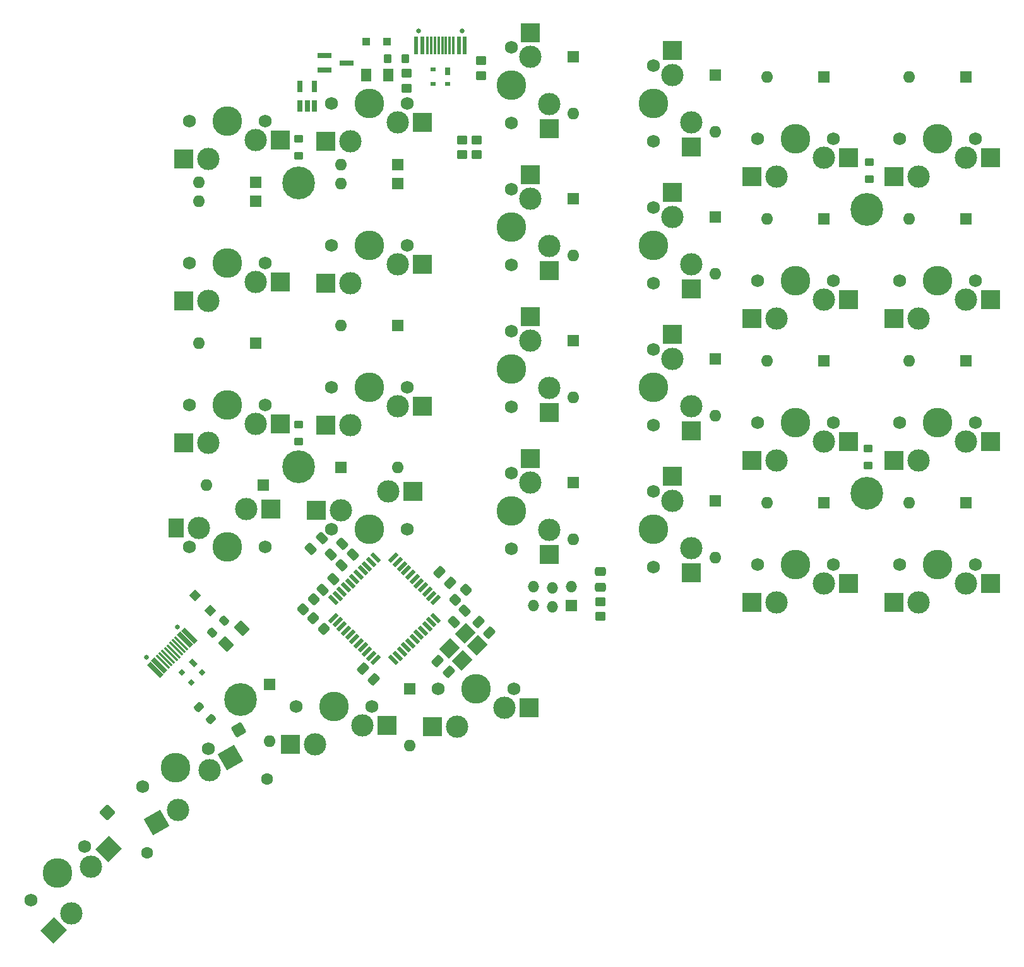
<source format=gbr>
%TF.GenerationSoftware,KiCad,Pcbnew,(6.0.7)*%
%TF.CreationDate,2022-09-06T15:05:26+03:00*%
%TF.ProjectId,retina-right,72657469-6e61-42d7-9269-6768742e6b69,1.0*%
%TF.SameCoordinates,Original*%
%TF.FileFunction,Soldermask,Bot*%
%TF.FilePolarity,Negative*%
%FSLAX46Y46*%
G04 Gerber Fmt 4.6, Leading zero omitted, Abs format (unit mm)*
G04 Created by KiCad (PCBNEW (6.0.7)) date 2022-09-06 15:05:26*
%MOMM*%
%LPD*%
G01*
G04 APERTURE LIST*
G04 Aperture macros list*
%AMRoundRect*
0 Rectangle with rounded corners*
0 $1 Rounding radius*
0 $2 $3 $4 $5 $6 $7 $8 $9 X,Y pos of 4 corners*
0 Add a 4 corners polygon primitive as box body*
4,1,4,$2,$3,$4,$5,$6,$7,$8,$9,$2,$3,0*
0 Add four circle primitives for the rounded corners*
1,1,$1+$1,$2,$3*
1,1,$1+$1,$4,$5*
1,1,$1+$1,$6,$7*
1,1,$1+$1,$8,$9*
0 Add four rect primitives between the rounded corners*
20,1,$1+$1,$2,$3,$4,$5,0*
20,1,$1+$1,$4,$5,$6,$7,0*
20,1,$1+$1,$6,$7,$8,$9,0*
20,1,$1+$1,$8,$9,$2,$3,0*%
%AMHorizOval*
0 Thick line with rounded ends*
0 $1 width*
0 $2 $3 position (X,Y) of the first rounded end (center of the circle)*
0 $4 $5 position (X,Y) of the second rounded end (center of the circle)*
0 Add line between two ends*
20,1,$1,$2,$3,$4,$5,0*
0 Add two circle primitives to create the rounded ends*
1,1,$1,$2,$3*
1,1,$1,$4,$5*%
%AMRotRect*
0 Rectangle, with rotation*
0 The origin of the aperture is its center*
0 $1 length*
0 $2 width*
0 $3 Rotation angle, in degrees counterclockwise*
0 Add horizontal line*
21,1,$1,$2,0,0,$3*%
G04 Aperture macros list end*
%ADD10C,3.000000*%
%ADD11C,1.750000*%
%ADD12C,3.987800*%
%ADD13RotRect,2.550000X2.500000X210.000000*%
%ADD14R,2.550000X2.500000*%
%ADD15R,2.500000X2.550000*%
%ADD16RotRect,2.550000X2.500000X225.000000*%
%ADD17R,2.050000X2.500000*%
%ADD18R,1.900000X0.800000*%
%ADD19R,1.524000X1.524000*%
%ADD20O,1.524000X1.524000*%
%ADD21RoundRect,0.250000X-0.450000X0.350000X-0.450000X-0.350000X0.450000X-0.350000X0.450000X0.350000X0*%
%ADD22RoundRect,0.250000X-0.053033X0.441942X-0.441942X0.053033X0.053033X-0.441942X0.441942X-0.053033X0*%
%ADD23RoundRect,0.250000X0.574524X0.097227X0.097227X0.574524X-0.574524X-0.097227X-0.097227X-0.574524X0*%
%ADD24C,0.700000*%
%ADD25C,4.400000*%
%ADD26RoundRect,0.240000X-0.560000X0.560000X-0.560000X-0.560000X0.560000X-0.560000X0.560000X0.560000X0*%
%ADD27O,1.600000X1.600000*%
%ADD28R,0.700000X1.000000*%
%ADD29R,0.700000X0.600000*%
%ADD30RoundRect,0.240000X0.560000X0.560000X-0.560000X0.560000X-0.560000X-0.560000X0.560000X-0.560000X0*%
%ADD31RoundRect,0.250000X-0.070711X0.565685X-0.565685X0.070711X0.070711X-0.565685X0.565685X-0.070711X0*%
%ADD32RoundRect,0.250001X0.462499X0.624999X-0.462499X0.624999X-0.462499X-0.624999X0.462499X-0.624999X0*%
%ADD33RoundRect,0.250000X0.097227X-0.574524X0.574524X-0.097227X-0.097227X0.574524X-0.574524X0.097227X0*%
%ADD34RoundRect,0.250000X-0.350000X0.275000X-0.350000X-0.275000X0.350000X-0.275000X0.350000X0.275000X0*%
%ADD35RoundRect,0.240000X-0.764974X0.204974X-0.204974X-0.764974X0.764974X-0.204974X0.204974X0.764974X0*%
%ADD36HorizOval,1.600000X0.000000X0.000000X0.000000X0.000000X0*%
%ADD37RoundRect,0.250000X-0.574524X-0.097227X-0.097227X-0.574524X0.574524X0.097227X0.097227X0.574524X0*%
%ADD38RoundRect,0.250000X0.450000X-0.350000X0.450000X0.350000X-0.450000X0.350000X-0.450000X-0.350000X0*%
%ADD39RotRect,1.500000X0.550000X225.000000*%
%ADD40RotRect,1.500000X0.550000X135.000000*%
%ADD41C,0.650000*%
%ADD42RotRect,0.600000X2.450000X45.000000*%
%ADD43RotRect,0.300000X2.450000X45.000000*%
%ADD44R,0.650000X1.560000*%
%ADD45RoundRect,0.250000X-0.097227X0.574524X-0.574524X0.097227X0.097227X-0.574524X0.574524X-0.097227X0*%
%ADD46RoundRect,0.240000X-0.560000X-0.560000X0.560000X-0.560000X0.560000X0.560000X-0.560000X0.560000X0*%
%ADD47RoundRect,0.250000X0.565685X0.070711X0.070711X0.565685X-0.565685X-0.070711X-0.070711X-0.565685X0*%
%ADD48RoundRect,0.250000X-0.475000X0.337500X-0.475000X-0.337500X0.475000X-0.337500X0.475000X0.337500X0*%
%ADD49RoundRect,0.250001X-0.114905X0.768977X-0.768977X0.114905X0.114905X-0.768977X0.768977X-0.114905X0*%
%ADD50RoundRect,0.250000X-0.275000X-0.350000X0.275000X-0.350000X0.275000X0.350000X-0.275000X0.350000X0*%
%ADD51RoundRect,0.250000X-0.441942X-0.053033X-0.053033X-0.441942X0.441942X0.053033X0.053033X0.441942X0*%
%ADD52RotRect,1.100000X1.100000X315.000000*%
%ADD53RotRect,0.700000X1.000000X225.000000*%
%ADD54RotRect,0.700000X0.600000X225.000000*%
%ADD55R,0.600000X2.450000*%
%ADD56R,0.300000X2.450000*%
%ADD57R,1.100000X1.100000*%
%ADD58RotRect,2.100000X1.800000X45.000000*%
%ADD59RoundRect,0.240000X-0.791960X0.000000X0.000000X-0.791960X0.791960X0.000000X0.000000X0.791960X0*%
%ADD60HorizOval,1.600000X0.000000X0.000000X0.000000X0.000000X0*%
G04 APERTURE END LIST*
D10*
%TO.C,MX23*%
X126889486Y-164405256D03*
D11*
X130948600Y-156195847D03*
X122149782Y-161275847D03*
D12*
X126549191Y-158735847D03*
D10*
X131118748Y-159030552D03*
D13*
X133954981Y-157393052D03*
X124029871Y-166056256D03*
%TD*%
D10*
%TO.C,MX26*%
X130962457Y-115093699D03*
D11*
X138582457Y-110013699D03*
X128422457Y-110013699D03*
D12*
X133502457Y-110013699D03*
D10*
X137312457Y-112553699D03*
D14*
X140587457Y-112553699D03*
X127660457Y-115093699D03*
%TD*%
D11*
%TO.C,MX9*%
X190652736Y-74612500D03*
D10*
X195732736Y-72072500D03*
D12*
X190652736Y-69532500D03*
D10*
X193192736Y-65722500D03*
D11*
X190652736Y-64452500D03*
D15*
X193192736Y-62447500D03*
X195732736Y-75374500D03*
%TD*%
D10*
%TO.C,MX12*%
X193192736Y-122872500D03*
D11*
X190652736Y-131762500D03*
X190652736Y-121602500D03*
D12*
X190652736Y-126682500D03*
D10*
X195732736Y-129222500D03*
D15*
X193192736Y-119597500D03*
X195732736Y-132524500D03*
%TD*%
D12*
%TO.C,MX17*%
X171602406Y-124301199D03*
D11*
X171602406Y-129381199D03*
X171602406Y-119221199D03*
D10*
X176682406Y-126841199D03*
X174142406Y-120491199D03*
D15*
X174142406Y-117216199D03*
X176682406Y-130143199D03*
%TD*%
D11*
%TO.C,MX2*%
X233832736Y-93345000D03*
D10*
X232562736Y-95885000D03*
D12*
X228752736Y-93345000D03*
D10*
X226212736Y-98425000D03*
D11*
X223672736Y-93345000D03*
D14*
X235837736Y-95885000D03*
X222910736Y-98425000D03*
%TD*%
D12*
%TO.C,MX28*%
X110755191Y-172880063D03*
D11*
X114347293Y-169287961D03*
D10*
X115245319Y-171982037D03*
D11*
X107163089Y-176472165D03*
D10*
X112551242Y-178268217D03*
D16*
X117561094Y-169666263D03*
X110216376Y-180603083D03*
%TD*%
D10*
%TO.C,MX22*%
X148742736Y-124142500D03*
D11*
X157632736Y-126682500D03*
D10*
X155092736Y-121602500D03*
D11*
X147472736Y-126682500D03*
D12*
X152552736Y-126682500D03*
D14*
X145467736Y-124142500D03*
X158394736Y-121602500D03*
%TD*%
D11*
%TO.C,MX18*%
X142712438Y-150494930D03*
D10*
X145252438Y-155574930D03*
D11*
X152872438Y-150494930D03*
D10*
X151602438Y-153034930D03*
D12*
X147792438Y-150494930D03*
D14*
X154877438Y-153034930D03*
X141950438Y-155574930D03*
%TD*%
D11*
%TO.C,MX11*%
X190652736Y-112712500D03*
D10*
X193192736Y-103822500D03*
X195732736Y-110172500D03*
D12*
X190652736Y-107632500D03*
D11*
X190652736Y-102552500D03*
D15*
X193192736Y-100547500D03*
X195732736Y-113474500D03*
%TD*%
D12*
%TO.C,MX10*%
X190652736Y-88582500D03*
D11*
X190652736Y-83502500D03*
X190652736Y-93662500D03*
D10*
X193192736Y-84772500D03*
X195732736Y-91122500D03*
D15*
X193192736Y-81497500D03*
X195732736Y-94424500D03*
%TD*%
D11*
%TO.C,MX3*%
X223672736Y-112395000D03*
D12*
X228752736Y-112395000D03*
D11*
X233832736Y-112395000D03*
D10*
X226212736Y-117475000D03*
X232562736Y-114935000D03*
D14*
X235837736Y-114935000D03*
X222910736Y-117475000D03*
%TD*%
D11*
%TO.C,MX4*%
X233832736Y-131445000D03*
D10*
X232562736Y-133985000D03*
D12*
X228752736Y-131445000D03*
D11*
X223672736Y-131445000D03*
D10*
X226212736Y-136525000D03*
D14*
X235837736Y-133985000D03*
X222910736Y-136525000D03*
%TD*%
D12*
%TO.C,MX16*%
X171602406Y-105251199D03*
D11*
X171602406Y-110331199D03*
D10*
X176682406Y-107791199D03*
X174142406Y-101441199D03*
D11*
X171602406Y-100171199D03*
D15*
X174142406Y-98166199D03*
X176682406Y-111093199D03*
%TD*%
D10*
%TO.C,MX13*%
X164302422Y-153193682D03*
D11*
X171922422Y-148113682D03*
D10*
X170652422Y-150653682D03*
D11*
X161762422Y-148113682D03*
D12*
X166842422Y-148113682D03*
D14*
X173927422Y-150653682D03*
X161000422Y-153193682D03*
%TD*%
D10*
%TO.C,MX7*%
X207162736Y-117475000D03*
D11*
X204622736Y-112395000D03*
D12*
X209702736Y-112395000D03*
D10*
X213512736Y-114935000D03*
D11*
X214782736Y-112395000D03*
D14*
X216787736Y-114935000D03*
X203860736Y-117475000D03*
%TD*%
D12*
%TO.C,MX21*%
X152552736Y-107632500D03*
D10*
X156362736Y-110172500D03*
D11*
X147472736Y-107632500D03*
X157632736Y-107632500D03*
D10*
X150012736Y-112712500D03*
D14*
X159637736Y-110172500D03*
X146710736Y-112712500D03*
%TD*%
D11*
%TO.C,MX24*%
X138582446Y-71913742D03*
D10*
X130962446Y-76993742D03*
X137312446Y-74453742D03*
D12*
X133502446Y-71913742D03*
D11*
X128422446Y-71913742D03*
D14*
X140587446Y-74453742D03*
X127660446Y-76993742D03*
%TD*%
D12*
%TO.C,MX8*%
X209702736Y-131445000D03*
D11*
X204622736Y-131445000D03*
D10*
X213512736Y-133985000D03*
D11*
X214782736Y-131445000D03*
D10*
X207162736Y-136525000D03*
D14*
X216787736Y-133985000D03*
X203860736Y-136525000D03*
%TD*%
D10*
%TO.C,MX19*%
X150012736Y-74612500D03*
D11*
X157632736Y-69532500D03*
D10*
X156362736Y-72072500D03*
D12*
X152552736Y-69532500D03*
D11*
X147472736Y-69532500D03*
D14*
X159637736Y-72072500D03*
X146710736Y-74612500D03*
%TD*%
D11*
%TO.C,MX14*%
X171602406Y-72231250D03*
D10*
X174142406Y-63341250D03*
X176682406Y-69691250D03*
D11*
X171602406Y-62071250D03*
D12*
X171602406Y-67151250D03*
D15*
X174142406Y-60066250D03*
X176682406Y-72993250D03*
%TD*%
D11*
%TO.C,MX6*%
X204622736Y-93345000D03*
D10*
X213512736Y-95885000D03*
X207162736Y-98425000D03*
D11*
X214782736Y-93345000D03*
D12*
X209702736Y-93345000D03*
D14*
X216787736Y-95885000D03*
X203860736Y-98425000D03*
%TD*%
D11*
%TO.C,MX15*%
X171602406Y-81121225D03*
D10*
X174142406Y-82391225D03*
X176682406Y-88741225D03*
D12*
X171602406Y-86201225D03*
D11*
X171602406Y-91281225D03*
D15*
X174142406Y-79116225D03*
X176682406Y-92043225D03*
%TD*%
D11*
%TO.C,MX5*%
X214782736Y-74295000D03*
D10*
X207162736Y-79375000D03*
D11*
X204622736Y-74295000D03*
D10*
X213512736Y-76835000D03*
D12*
X209702736Y-74295000D03*
D14*
X216787736Y-76835000D03*
X203860736Y-79375000D03*
%TD*%
D11*
%TO.C,MX25*%
X128422446Y-90963727D03*
D10*
X130962446Y-96043727D03*
D11*
X138582446Y-90963727D03*
D12*
X133502446Y-90963727D03*
D10*
X137312446Y-93503727D03*
D14*
X140587446Y-93503727D03*
X127660446Y-96043727D03*
%TD*%
D11*
%TO.C,MX1*%
X233832736Y-74295000D03*
D12*
X228752736Y-74295000D03*
D11*
X223672736Y-74295000D03*
D10*
X232562736Y-76835000D03*
X226212736Y-79375000D03*
D14*
X235837736Y-76835000D03*
X222910736Y-79375000D03*
%TD*%
D12*
%TO.C,MX20*%
X152552736Y-88582500D03*
D10*
X150012736Y-93662500D03*
D11*
X157632736Y-88582500D03*
X147472736Y-88582500D03*
D10*
X156362736Y-91122500D03*
D14*
X159637736Y-91122500D03*
X146710736Y-93662500D03*
%TD*%
D12*
%TO.C,MX27*%
X133502457Y-129063699D03*
D10*
X129692457Y-126523699D03*
D11*
X128422457Y-129063699D03*
X138582457Y-129063699D03*
D10*
X136042457Y-123983699D03*
D17*
X126667457Y-126523699D03*
D14*
X139344457Y-123983699D03*
%TD*%
D18*
%TO.C,Q1*%
X146537550Y-65072300D03*
X146537550Y-63172300D03*
X149537550Y-64122300D03*
%TD*%
D19*
%TO.C,J1*%
X179609750Y-136994900D03*
D20*
X179609750Y-134454900D03*
X177069750Y-137121900D03*
X177069750Y-134581900D03*
X174529750Y-136994900D03*
X174529750Y-134454900D03*
%TD*%
D21*
%TO.C,R5*%
X157505400Y-65503550D03*
X157505400Y-67503550D03*
%TD*%
D22*
%TO.C,L3*%
X133115423Y-138994777D03*
X131489077Y-140621123D03*
%TD*%
D23*
%TO.C,C4*%
X163420623Y-133912173D03*
X161953377Y-132444927D03*
%TD*%
D24*
%TO.C,H5*%
X134145760Y-148394824D03*
X136479212Y-150728276D03*
X133662486Y-149561550D03*
D25*
X135312486Y-149561550D03*
D24*
X136479212Y-148394824D03*
X135312486Y-151211550D03*
X134145760Y-150728276D03*
X135312486Y-147911550D03*
X136962486Y-149561550D03*
%TD*%
D26*
%TO.C,D16*%
X179877406Y-101441199D03*
D27*
X179877406Y-109061199D03*
%TD*%
D28*
%TO.C,TVS1*%
X163077398Y-65220139D03*
D29*
X163077400Y-66920150D03*
X161077400Y-66920150D03*
X161077402Y-65020139D03*
%TD*%
D30*
%TO.C,D8*%
X213512736Y-123170000D03*
D27*
X205892736Y-123170000D03*
%TD*%
D26*
%TO.C,D17*%
X179877406Y-120491199D03*
D27*
X179877406Y-128111199D03*
%TD*%
D31*
%TO.C,R3*%
X165473057Y-134814593D03*
X164058843Y-136228807D03*
%TD*%
D24*
%TO.C,H3*%
X143027745Y-119998136D03*
X143027745Y-116698136D03*
X144194471Y-117181410D03*
X144194471Y-119514862D03*
X141861019Y-119514862D03*
X141861019Y-117181410D03*
D25*
X143027745Y-118348136D03*
D24*
X144677745Y-118348136D03*
X141377745Y-118348136D03*
%TD*%
D26*
%TO.C,D14*%
X179877406Y-63341250D03*
D27*
X179877406Y-70961250D03*
%TD*%
D32*
%TO.C,F1*%
X155106700Y-65798700D03*
X152131700Y-65798700D03*
%TD*%
D33*
%TO.C,C1*%
X148846977Y-131549973D03*
X150314223Y-130082727D03*
%TD*%
D30*
%TO.C,D5*%
X213512736Y-66020000D03*
D27*
X205892736Y-66020000D03*
%TD*%
D30*
%TO.C,D26*%
X137312446Y-101738699D03*
D27*
X129692446Y-101738699D03*
%TD*%
D34*
%TO.C,L1*%
X219570300Y-77469350D03*
X219570300Y-79769350D03*
%TD*%
D35*
%TO.C,D23*%
X135026400Y-153615293D03*
D36*
X138836400Y-160214407D03*
%TD*%
D30*
%TO.C,D6*%
X213512736Y-85070000D03*
D27*
X205892736Y-85070000D03*
%TD*%
D33*
%TO.C,C10*%
X144713127Y-129359223D03*
X146180373Y-127891977D03*
%TD*%
D37*
%TO.C,C3*%
X167194627Y-139150527D03*
X168661873Y-140617773D03*
%TD*%
D26*
%TO.C,D15*%
X179877406Y-82391225D03*
D27*
X179877406Y-90011225D03*
%TD*%
D30*
%TO.C,D3*%
X232562736Y-104120000D03*
D27*
X224942736Y-104120000D03*
%TD*%
D34*
%TO.C,L5*%
X219417900Y-115855100D03*
X219417900Y-118155100D03*
%TD*%
D38*
%TO.C,R10*%
X183527700Y-138445750D03*
X183527700Y-136445750D03*
%TD*%
D24*
%TO.C,H1*%
X220394471Y-82653283D03*
X218061019Y-82653283D03*
D25*
X219227745Y-83820009D03*
D24*
X217577745Y-83820009D03*
X220877745Y-83820009D03*
X218061019Y-84986735D03*
X219227745Y-85470009D03*
X219227745Y-82170009D03*
X220394471Y-84986735D03*
%TD*%
D31*
%TO.C,R1*%
X145108607Y-136090943D03*
X143694393Y-137505157D03*
%TD*%
D26*
%TO.C,D9*%
X198927736Y-65722500D03*
D27*
X198927736Y-73342500D03*
%TD*%
D39*
%TO.C,U1*%
X155776282Y-130567764D03*
X156341967Y-131133450D03*
X156907652Y-131699135D03*
X157473338Y-132264820D03*
X158039023Y-132830506D03*
X158604709Y-133396191D03*
X159170394Y-133961877D03*
X159736080Y-134527562D03*
X160301765Y-135093248D03*
X160867450Y-135658933D03*
X161433136Y-136224618D03*
D40*
X161433136Y-138628782D03*
X160867450Y-139194467D03*
X160301765Y-139760152D03*
X159736080Y-140325838D03*
X159170394Y-140891523D03*
X158604709Y-141457209D03*
X158039023Y-142022894D03*
X157473338Y-142588580D03*
X156907652Y-143154265D03*
X156341967Y-143719950D03*
X155776282Y-144285636D03*
D39*
X153372118Y-144285636D03*
X152806433Y-143719950D03*
X152240748Y-143154265D03*
X151675062Y-142588580D03*
X151109377Y-142022894D03*
X150543691Y-141457209D03*
X149978006Y-140891523D03*
X149412320Y-140325838D03*
X148846635Y-139760152D03*
X148280950Y-139194467D03*
X147715264Y-138628782D03*
D40*
X147715264Y-136224618D03*
X148280950Y-135658933D03*
X148846635Y-135093248D03*
X149412320Y-134527562D03*
X149978006Y-133961877D03*
X150543691Y-133396191D03*
X151109377Y-132830506D03*
X151675062Y-132264820D03*
X152240748Y-131699135D03*
X152806433Y-131133450D03*
X153372118Y-130567764D03*
%TD*%
D41*
%TO.C,USB2*%
X122679289Y-143949818D03*
X126766366Y-139862741D03*
D42*
X123817731Y-145562021D03*
X124365738Y-145014014D03*
D43*
X124860713Y-144519039D03*
X125214267Y-144165486D03*
X125567820Y-143811932D03*
X125921373Y-143458379D03*
X126274927Y-143104825D03*
X126628480Y-142751272D03*
X126982034Y-142397719D03*
X127335587Y-142044165D03*
D42*
X127830562Y-141549190D03*
X128378569Y-141001183D03*
%TD*%
D34*
%TO.C,L7*%
X143027400Y-74288000D03*
X143027400Y-76588000D03*
%TD*%
D44*
%TO.C,U2*%
X145158500Y-69949050D03*
X144208500Y-69949050D03*
X143258500Y-69949050D03*
X143258500Y-67249050D03*
X145158500Y-67249050D03*
%TD*%
D45*
%TO.C,C5*%
X147744973Y-133378377D03*
X146277727Y-134845623D03*
%TD*%
D23*
%TO.C,C8*%
X153155173Y-146885223D03*
X151687927Y-145417977D03*
%TD*%
D34*
%TO.C,L4*%
X143046450Y-112654700D03*
X143046450Y-114954700D03*
%TD*%
D30*
%TO.C,D7*%
X213512736Y-104120000D03*
D27*
X205892736Y-104120000D03*
%TD*%
D23*
%TO.C,C2*%
X163175473Y-145875573D03*
X161708227Y-144408327D03*
%TD*%
D46*
%TO.C,D22*%
X148742736Y-118407500D03*
D27*
X156362736Y-118407500D03*
%TD*%
D30*
%TO.C,D25*%
X137312446Y-82688727D03*
D27*
X129692446Y-82688727D03*
%TD*%
D45*
%TO.C,C6*%
X165347173Y-137664627D03*
X163879927Y-139131873D03*
%TD*%
D26*
%TO.C,D11*%
X198927736Y-103822500D03*
D27*
X198927736Y-111442500D03*
%TD*%
D30*
%TO.C,D4*%
X232562736Y-123170000D03*
D27*
X224942736Y-123170000D03*
%TD*%
D26*
%TO.C,D12*%
X198927736Y-122872500D03*
D27*
X198927736Y-130492500D03*
%TD*%
D38*
%TO.C,R4*%
X167506650Y-65827150D03*
X167506650Y-63827150D03*
%TD*%
D26*
%TO.C,D18*%
X139141200Y-147523200D03*
D27*
X139141200Y-155143200D03*
%TD*%
D24*
%TO.C,H4*%
X218061019Y-120753283D03*
X217577745Y-121920009D03*
X218061019Y-123086735D03*
X219227745Y-120270009D03*
X220877745Y-121920009D03*
X220394471Y-120753283D03*
X219227745Y-123570009D03*
X220394471Y-123086735D03*
D25*
X219227745Y-121920009D03*
%TD*%
D30*
%TO.C,D24*%
X137312446Y-80188742D03*
D27*
X129692446Y-80188742D03*
%TD*%
D45*
%TO.C,C7*%
X148885473Y-128653977D03*
X147418227Y-130121223D03*
%TD*%
D47*
%TO.C,R2*%
X146442107Y-140115007D03*
X145027893Y-138700793D03*
%TD*%
D21*
%TO.C,R6*%
X164973000Y-74457050D03*
X164973000Y-76457050D03*
%TD*%
D48*
%TO.C,C9*%
X183508650Y-132426800D03*
X183508650Y-134501800D03*
%TD*%
D49*
%TO.C,F2*%
X135449571Y-140051529D03*
X133345929Y-142155171D03*
%TD*%
D30*
%TO.C,D21*%
X156362736Y-99357500D03*
D27*
X148742736Y-99357500D03*
%TD*%
D24*
%TO.C,H2*%
X141861019Y-79081410D03*
X144677745Y-80248136D03*
X141377745Y-80248136D03*
X141861019Y-81414862D03*
D25*
X143027745Y-80248136D03*
D24*
X144194471Y-79081410D03*
X143027745Y-78598136D03*
X143027745Y-81898136D03*
X144194471Y-81414862D03*
%TD*%
D50*
%TO.C,L2*%
X155040950Y-63531750D03*
X157340950Y-63531750D03*
%TD*%
D21*
%TO.C,R7*%
X166916100Y-74457050D03*
X166916100Y-76457050D03*
%TD*%
D30*
%TO.C,D19*%
X156362736Y-77807500D03*
D27*
X148742736Y-77807500D03*
%TD*%
D26*
%TO.C,D10*%
X198927736Y-84772500D03*
D27*
X198927736Y-92392500D03*
%TD*%
D30*
%TO.C,D20*%
X156362736Y-80307500D03*
D27*
X148742736Y-80307500D03*
%TD*%
D30*
%TO.C,D1*%
X232562736Y-66020000D03*
D27*
X224942736Y-66020000D03*
%TD*%
D51*
%TO.C,L6*%
X129660277Y-150596227D03*
X131286623Y-152222573D03*
%TD*%
D52*
%TO.C,TVS4*%
X129216801Y-135636651D03*
X131196699Y-137616549D03*
%TD*%
D26*
%TO.C,D13*%
X157965100Y-148132800D03*
D27*
X157965100Y-155752800D03*
%TD*%
D53*
%TO.C,TVS2*%
X128916682Y-144704603D03*
D54*
X130118758Y-145906695D03*
X128704545Y-147320908D03*
X127361047Y-145977396D03*
%TD*%
D30*
%TO.C,D27*%
X138312451Y-120788709D03*
D27*
X130692451Y-120788709D03*
%TD*%
D30*
%TO.C,D2*%
X232562736Y-85070000D03*
D27*
X224942736Y-85070000D03*
%TD*%
D41*
%TO.C,USB1*%
X159187762Y-59801813D03*
X164967762Y-59801813D03*
D55*
X158852762Y-61746813D03*
X159627762Y-61746813D03*
D56*
X160327762Y-61746813D03*
X160827762Y-61746813D03*
X161327762Y-61746813D03*
X161827762Y-61746813D03*
X162327762Y-61746813D03*
X162827762Y-61746813D03*
X163327762Y-61746813D03*
X163827762Y-61746813D03*
D55*
X164527762Y-61746813D03*
X165302762Y-61746813D03*
%TD*%
D57*
%TO.C,TVS3*%
X154943000Y-61245750D03*
X152143000Y-61245750D03*
%TD*%
D58*
%TO.C,Y1*%
X163327522Y-142706132D03*
X165378132Y-140655522D03*
X167004478Y-142281868D03*
X164953868Y-144332478D03*
%TD*%
D59*
%TO.C,D28*%
X117378073Y-164755423D03*
D60*
X122766227Y-170143577D03*
%TD*%
M02*

</source>
